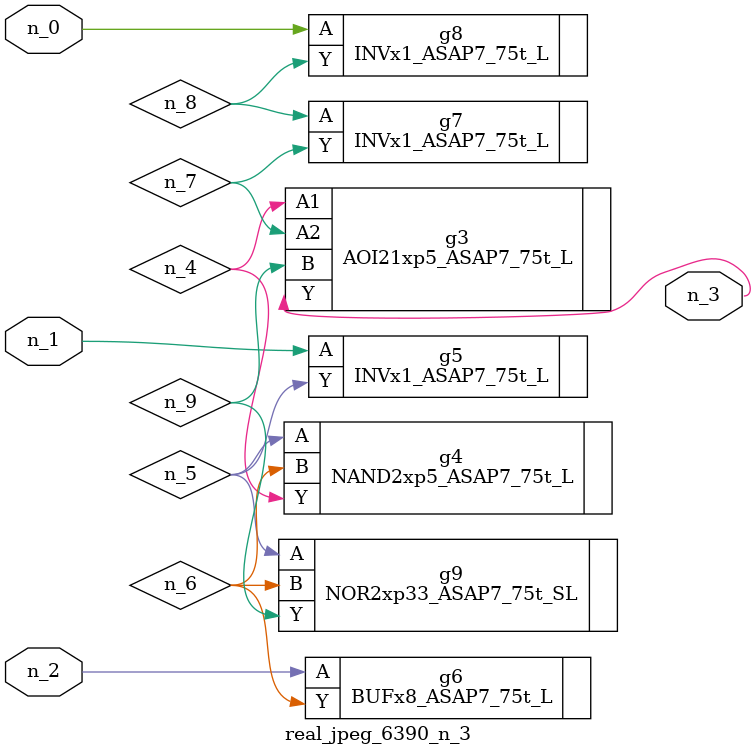
<source format=v>
module real_jpeg_6390_n_3 (n_1, n_0, n_2, n_3);

input n_1;
input n_0;
input n_2;

output n_3;

wire n_5;
wire n_4;
wire n_8;
wire n_6;
wire n_7;
wire n_9;

INVx1_ASAP7_75t_L g8 ( 
.A(n_0),
.Y(n_8)
);

INVx1_ASAP7_75t_L g5 ( 
.A(n_1),
.Y(n_5)
);

BUFx8_ASAP7_75t_L g6 ( 
.A(n_2),
.Y(n_6)
);

AOI21xp5_ASAP7_75t_L g3 ( 
.A1(n_4),
.A2(n_7),
.B(n_9),
.Y(n_3)
);

NAND2xp5_ASAP7_75t_L g4 ( 
.A(n_5),
.B(n_6),
.Y(n_4)
);

NOR2xp33_ASAP7_75t_SL g9 ( 
.A(n_5),
.B(n_6),
.Y(n_9)
);

INVx1_ASAP7_75t_L g7 ( 
.A(n_8),
.Y(n_7)
);


endmodule
</source>
